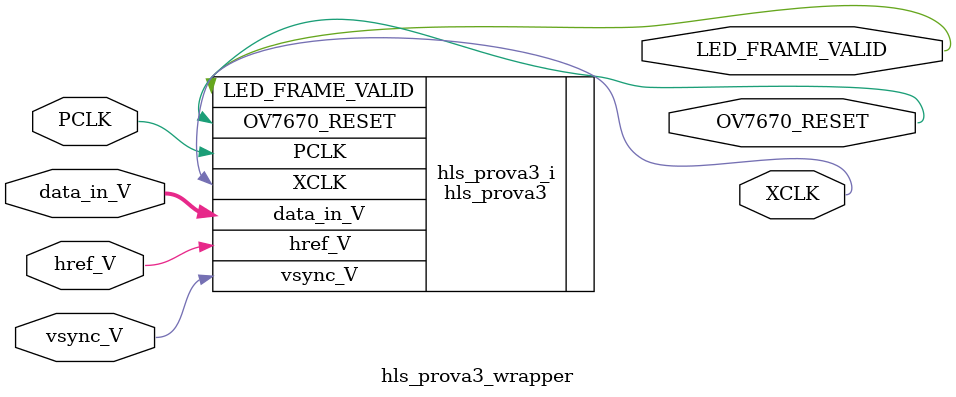
<source format=v>
`timescale 1 ps / 1 ps

module hls_prova3_wrapper
   (LED_FRAME_VALID,
    OV7670_RESET,
    PCLK,
    XCLK,
    data_in_V,
    href_V,
    vsync_V);
  output [0:0]LED_FRAME_VALID;
  output [0:0]OV7670_RESET;
  input PCLK;
  output XCLK;
  input [7:0]data_in_V;
  input [0:0]href_V;
  input [0:0]vsync_V;

  wire [0:0]LED_FRAME_VALID;
  wire [0:0]OV7670_RESET;
  wire PCLK;
  wire XCLK;
  wire [7:0]data_in_V;
  wire [0:0]href_V;
  wire [0:0]vsync_V;

  hls_prova3 hls_prova3_i
       (.LED_FRAME_VALID(LED_FRAME_VALID),
        .OV7670_RESET(OV7670_RESET),
        .PCLK(PCLK),
        .XCLK(XCLK),
        .data_in_V(data_in_V),
        .href_V(href_V),
        .vsync_V(vsync_V));
endmodule

</source>
